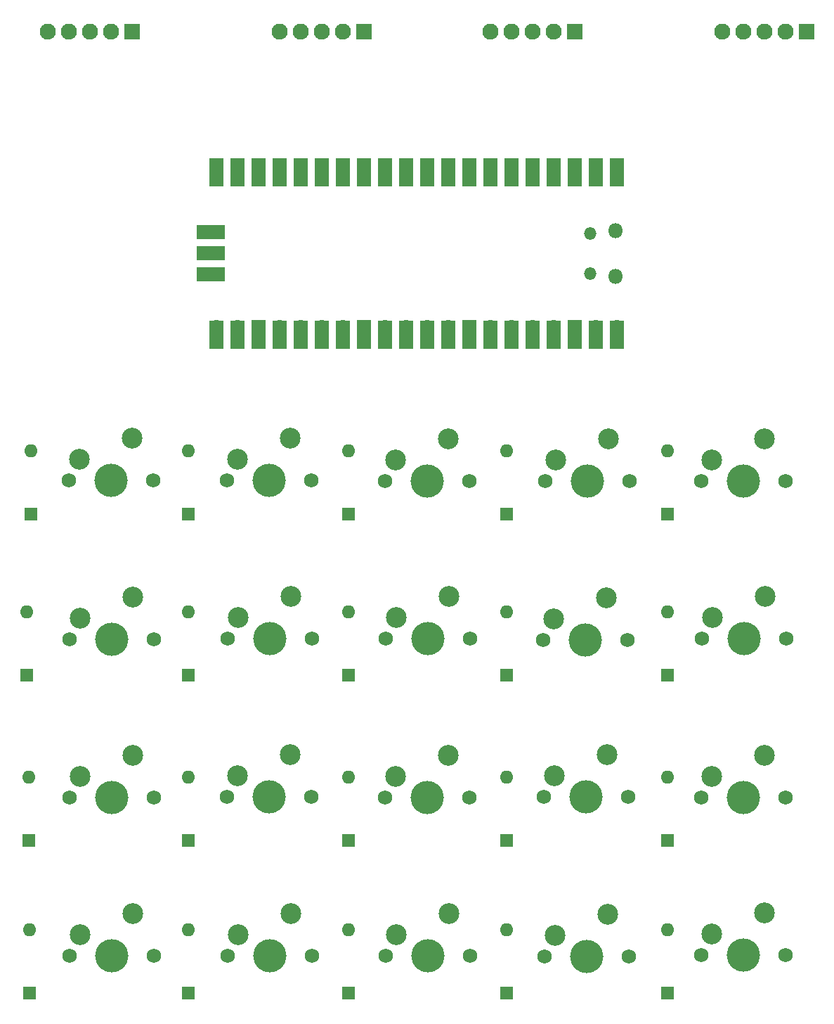
<source format=gbr>
%TF.GenerationSoftware,KiCad,Pcbnew,7.0.6*%
%TF.CreationDate,2023-08-06T21:34:41+02:00*%
%TF.ProjectId,Macropad,4d616372-6f70-4616-942e-6b696361645f,rev?*%
%TF.SameCoordinates,Original*%
%TF.FileFunction,Soldermask,Top*%
%TF.FilePolarity,Negative*%
%FSLAX46Y46*%
G04 Gerber Fmt 4.6, Leading zero omitted, Abs format (unit mm)*
G04 Created by KiCad (PCBNEW 7.0.6) date 2023-08-06 21:34:41*
%MOMM*%
%LPD*%
G01*
G04 APERTURE LIST*
%ADD10C,1.930400*%
%ADD11R,1.930400X1.930400*%
%ADD12R,1.600000X1.600000*%
%ADD13O,1.600000X1.600000*%
%ADD14C,1.750000*%
%ADD15C,4.000000*%
%ADD16C,2.500000*%
%ADD17O,1.800000X1.800000*%
%ADD18O,1.500000X1.500000*%
%ADD19O,1.700000X1.700000*%
%ADD20R,1.700000X3.500000*%
%ADD21R,1.700000X1.700000*%
%ADD22R,3.500000X1.700000*%
G04 APERTURE END LIST*
D10*
%TO.C,U5*%
X114300000Y-55880000D03*
X116840000Y-55880000D03*
D11*
X124460000Y-55880000D03*
D10*
X119380000Y-55880000D03*
X121920000Y-55880000D03*
%TD*%
%TO.C,U4*%
X86360000Y-55880000D03*
X88900000Y-55880000D03*
D11*
X96520000Y-55880000D03*
D10*
X91440000Y-55880000D03*
X93980000Y-55880000D03*
%TD*%
%TO.C,U3*%
X60960000Y-55880000D03*
X63500000Y-55880000D03*
D11*
X71120000Y-55880000D03*
D10*
X66040000Y-55880000D03*
X68580000Y-55880000D03*
%TD*%
%TO.C,U2*%
X33020000Y-55880000D03*
X35560000Y-55880000D03*
D11*
X43180000Y-55880000D03*
D10*
X38100000Y-55880000D03*
X40640000Y-55880000D03*
%TD*%
D12*
%TO.C,D7*%
X49954344Y-133350000D03*
D13*
X49954344Y-125730000D03*
%TD*%
D14*
%TO.C,SW9*%
X92747598Y-129039436D03*
D15*
X97827598Y-129039436D03*
D14*
X102907598Y-129039436D03*
D16*
X94017598Y-126499436D03*
X100367598Y-123959436D03*
%TD*%
D14*
%TO.C,SW8*%
X73806367Y-128919047D03*
D15*
X78886367Y-128919047D03*
D14*
X83966367Y-128919047D03*
D16*
X75076367Y-126379047D03*
X81426367Y-123839047D03*
%TD*%
D12*
%TO.C,D18*%
X69274854Y-171569707D03*
D13*
X69274854Y-163949707D03*
%TD*%
D14*
%TO.C,SW10*%
X111889477Y-128878917D03*
D15*
X116969477Y-128878917D03*
D14*
X122049477Y-128878917D03*
D16*
X113159477Y-126338917D03*
X119509477Y-123798917D03*
%TD*%
D14*
%TO.C,SW2*%
X54664488Y-109817298D03*
D15*
X59744488Y-109817298D03*
D14*
X64824488Y-109817298D03*
D16*
X55934488Y-107277298D03*
X62284488Y-104737298D03*
%TD*%
D12*
%TO.C,D13*%
X69274854Y-153202514D03*
D13*
X69274854Y-145582514D03*
%TD*%
D12*
%TO.C,D6*%
X30480000Y-133350000D03*
D13*
X30480000Y-125730000D03*
%TD*%
D12*
%TO.C,D5*%
X107709610Y-113950934D03*
D13*
X107709610Y-106330934D03*
%TD*%
D14*
%TO.C,SW1*%
X35562739Y-109857427D03*
D15*
X40642739Y-109857427D03*
D14*
X45722739Y-109857427D03*
D16*
X36832739Y-107317427D03*
X43182739Y-104777427D03*
%TD*%
D14*
%TO.C,SW12*%
X54659848Y-147946023D03*
D15*
X59739848Y-147946023D03*
D14*
X64819848Y-147946023D03*
D16*
X55929848Y-145406023D03*
X62279848Y-142866023D03*
%TD*%
D14*
%TO.C,SW15*%
X111809708Y-148020720D03*
D15*
X116889708Y-148020720D03*
D14*
X121969708Y-148020720D03*
D16*
X113079708Y-145480720D03*
X119429708Y-142940720D03*
%TD*%
D12*
%TO.C,D14*%
X88314966Y-153202514D03*
D13*
X88314966Y-145582514D03*
%TD*%
D12*
%TO.C,D16*%
X30840100Y-171569707D03*
D13*
X30840100Y-163949707D03*
%TD*%
D17*
%TO.C,U1*%
X101470000Y-79825000D03*
D18*
X98440000Y-80125000D03*
X98440000Y-84975000D03*
D17*
X101470000Y-85275000D03*
D19*
X101600000Y-73660000D03*
D20*
X101600000Y-72760000D03*
D19*
X99060000Y-73660000D03*
D20*
X99060000Y-72760000D03*
D21*
X96520000Y-73660000D03*
D20*
X96520000Y-72760000D03*
D19*
X93980000Y-73660000D03*
D20*
X93980000Y-72760000D03*
D19*
X91440000Y-73660000D03*
D20*
X91440000Y-72760000D03*
D19*
X88900000Y-73660000D03*
D20*
X88900000Y-72760000D03*
D19*
X86360000Y-73660000D03*
D20*
X86360000Y-72760000D03*
D21*
X83820000Y-73660000D03*
D20*
X83820000Y-72760000D03*
D19*
X81280000Y-73660000D03*
D20*
X81280000Y-72760000D03*
D19*
X78740000Y-73660000D03*
D20*
X78740000Y-72760000D03*
D19*
X76200000Y-73660000D03*
D20*
X76200000Y-72760000D03*
D19*
X73660000Y-73660000D03*
D20*
X73660000Y-72760000D03*
D21*
X71120000Y-73660000D03*
D20*
X71120000Y-72760000D03*
D19*
X68580000Y-73660000D03*
D20*
X68580000Y-72760000D03*
D19*
X66040000Y-73660000D03*
D20*
X66040000Y-72760000D03*
D19*
X63500000Y-73660000D03*
D20*
X63500000Y-72760000D03*
D19*
X60960000Y-73660000D03*
D20*
X60960000Y-72760000D03*
D21*
X58420000Y-73660000D03*
D20*
X58420000Y-72760000D03*
D19*
X55880000Y-73660000D03*
D20*
X55880000Y-72760000D03*
D19*
X53340000Y-73660000D03*
D20*
X53340000Y-72760000D03*
D19*
X53340000Y-91440000D03*
D20*
X53340000Y-92340000D03*
D19*
X55880000Y-91440000D03*
D20*
X55880000Y-92340000D03*
D21*
X58420000Y-91440000D03*
D20*
X58420000Y-92340000D03*
D19*
X60960000Y-91440000D03*
D20*
X60960000Y-92340000D03*
D19*
X63500000Y-91440000D03*
D20*
X63500000Y-92340000D03*
D19*
X66040000Y-91440000D03*
D20*
X66040000Y-92340000D03*
D19*
X68580000Y-91440000D03*
D20*
X68580000Y-92340000D03*
D21*
X71120000Y-91440000D03*
D20*
X71120000Y-92340000D03*
D19*
X73660000Y-91440000D03*
D20*
X73660000Y-92340000D03*
D19*
X76200000Y-91440000D03*
D20*
X76200000Y-92340000D03*
D19*
X78740000Y-91440000D03*
D20*
X78740000Y-92340000D03*
D19*
X81280000Y-91440000D03*
D20*
X81280000Y-92340000D03*
D21*
X83820000Y-91440000D03*
D20*
X83820000Y-92340000D03*
D19*
X86360000Y-91440000D03*
D20*
X86360000Y-92340000D03*
D19*
X88900000Y-91440000D03*
D20*
X88900000Y-92340000D03*
D19*
X91440000Y-91440000D03*
D20*
X91440000Y-92340000D03*
D19*
X93980000Y-91440000D03*
D20*
X93980000Y-92340000D03*
D21*
X96520000Y-91440000D03*
D20*
X96520000Y-92340000D03*
D19*
X99060000Y-91440000D03*
D20*
X99060000Y-92340000D03*
D19*
X101600000Y-91440000D03*
D20*
X101600000Y-92340000D03*
D19*
X53570000Y-80010000D03*
D22*
X52670000Y-80010000D03*
D21*
X53570000Y-82550000D03*
D22*
X52670000Y-82550000D03*
D19*
X53570000Y-85090000D03*
D22*
X52670000Y-85090000D03*
%TD*%
D12*
%TO.C,D17*%
X49954344Y-171569707D03*
D13*
X49954344Y-163949707D03*
%TD*%
D14*
%TO.C,SW17*%
X54692583Y-167094658D03*
D15*
X59772583Y-167094658D03*
D14*
X64852583Y-167094658D03*
D16*
X55962583Y-164554658D03*
X62312583Y-162014658D03*
%TD*%
D12*
%TO.C,D2*%
X49954344Y-113950934D03*
D13*
X49954344Y-106330934D03*
%TD*%
D14*
%TO.C,SW6*%
X35683128Y-128959177D03*
D15*
X40763128Y-128959177D03*
D14*
X45843128Y-128959177D03*
D16*
X36953128Y-126419177D03*
X43303128Y-123879177D03*
%TD*%
D14*
%TO.C,SW18*%
X73768354Y-167066356D03*
D15*
X78848354Y-167066356D03*
D14*
X83928354Y-167066356D03*
D16*
X75038354Y-164526356D03*
X81388354Y-161986356D03*
%TD*%
D14*
%TO.C,SW13*%
X73719136Y-148022270D03*
D15*
X78799136Y-148022270D03*
D14*
X83879136Y-148022270D03*
D16*
X74989136Y-145482270D03*
X81339136Y-142942270D03*
%TD*%
D14*
%TO.C,SW4*%
X92985837Y-109916061D03*
D15*
X98065837Y-109916061D03*
D14*
X103145837Y-109916061D03*
D16*
X94255837Y-107376061D03*
X100605837Y-104836061D03*
%TD*%
D12*
%TO.C,D1*%
X31019637Y-113950934D03*
D13*
X31019637Y-106330934D03*
%TD*%
D14*
%TO.C,SW7*%
X54690467Y-128907220D03*
D15*
X59770467Y-128907220D03*
D14*
X64850467Y-128907220D03*
D16*
X55960467Y-126367220D03*
X62310467Y-123827220D03*
%TD*%
D14*
%TO.C,SW16*%
X35645114Y-167066356D03*
D15*
X40725114Y-167066356D03*
D14*
X45805114Y-167066356D03*
D16*
X36915114Y-164526356D03*
X43265114Y-161986356D03*
%TD*%
D14*
%TO.C,SW14*%
X92848413Y-147987279D03*
D15*
X97928413Y-147987279D03*
D14*
X103008413Y-147987279D03*
D16*
X94118413Y-145447279D03*
X100468413Y-142907279D03*
%TD*%
D12*
%TO.C,D19*%
X88314966Y-171569707D03*
D13*
X88314966Y-163949707D03*
%TD*%
D14*
%TO.C,SW20*%
X111771204Y-166986097D03*
D15*
X116851204Y-166986097D03*
D14*
X121931204Y-166986097D03*
D16*
X113041204Y-164446097D03*
X119391204Y-161906097D03*
%TD*%
D12*
%TO.C,D10*%
X107709610Y-133350000D03*
D13*
X107709610Y-125730000D03*
%TD*%
D12*
%TO.C,D3*%
X69274854Y-113950934D03*
D13*
X69274854Y-106330934D03*
%TD*%
D12*
%TO.C,D8*%
X69274854Y-133350000D03*
D13*
X69274854Y-125730000D03*
%TD*%
D14*
%TO.C,SW3*%
X73685978Y-109937687D03*
D15*
X78765978Y-109937687D03*
D14*
X83845978Y-109937687D03*
D16*
X74955978Y-107397687D03*
X81305978Y-104857687D03*
%TD*%
D12*
%TO.C,D20*%
X107709610Y-171569707D03*
D13*
X107709610Y-163949707D03*
%TD*%
D14*
%TO.C,SW11*%
X35686514Y-148042335D03*
D15*
X40766514Y-148042335D03*
D14*
X45846514Y-148042335D03*
D16*
X36956514Y-145502335D03*
X43306514Y-142962335D03*
%TD*%
D12*
%TO.C,D15*%
X107709610Y-153202514D03*
D13*
X107709610Y-145582514D03*
%TD*%
D12*
%TO.C,D12*%
X49954344Y-153202514D03*
D13*
X49954344Y-145582514D03*
%TD*%
D14*
%TO.C,SW19*%
X92870103Y-167146615D03*
D15*
X97950103Y-167146615D03*
D14*
X103030103Y-167146615D03*
D16*
X94140103Y-164606615D03*
X100490103Y-162066615D03*
%TD*%
D14*
%TO.C,SW5*%
X111824335Y-109973847D03*
D15*
X116904335Y-109973847D03*
D14*
X121984335Y-109973847D03*
D16*
X113094335Y-107433847D03*
X119444335Y-104893847D03*
%TD*%
D12*
%TO.C,D11*%
X30779655Y-153202514D03*
D13*
X30779655Y-145582514D03*
%TD*%
D12*
%TO.C,D4*%
X88314966Y-113950934D03*
D13*
X88314966Y-106330934D03*
%TD*%
D12*
%TO.C,D9*%
X88314966Y-133350000D03*
D13*
X88314966Y-125730000D03*
%TD*%
M02*

</source>
